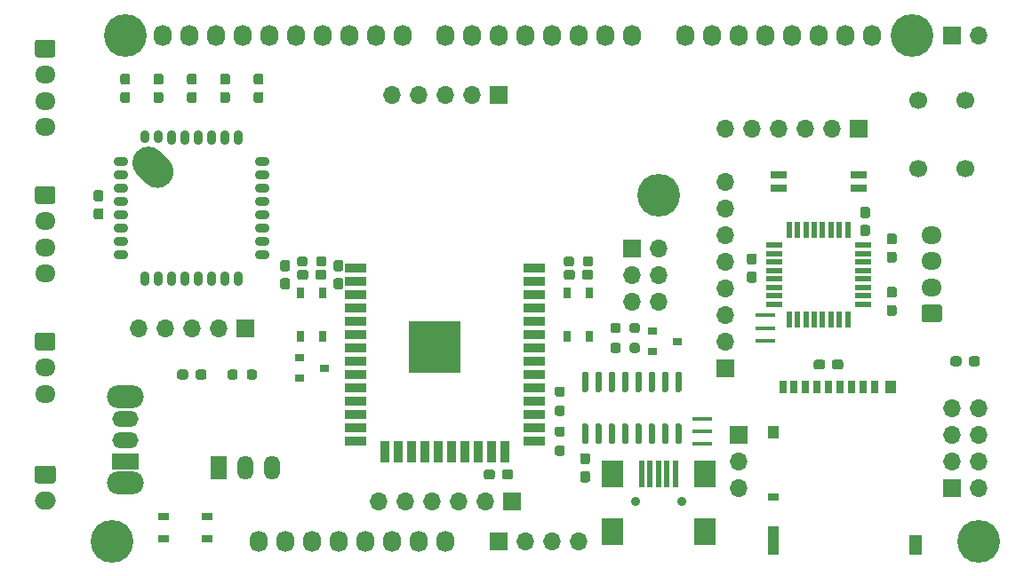
<source format=gbr>
G04 #@! TF.GenerationSoftware,KiCad,Pcbnew,(5.1.9)-1*
G04 #@! TF.CreationDate,2021-11-13T13:02:01+09:00*
G04 #@! TF.ProjectId,MainBoard2022_mega,4d61696e-426f-4617-9264-323032325f6d,rev?*
G04 #@! TF.SameCoordinates,Original*
G04 #@! TF.FileFunction,Soldermask,Top*
G04 #@! TF.FilePolarity,Negative*
%FSLAX46Y46*%
G04 Gerber Fmt 4.6, Leading zero omitted, Abs format (unit mm)*
G04 Created by KiCad (PCBNEW (5.1.9)-1) date 2021-11-13 13:02:01*
%MOMM*%
%LPD*%
G01*
G04 APERTURE LIST*
%ADD10R,1.900000X0.400000*%
%ADD11R,1.700000X1.700000*%
%ADD12O,1.700000X1.700000*%
%ADD13R,5.000000X5.000000*%
%ADD14R,2.000000X0.900000*%
%ADD15R,0.900000X2.000000*%
%ADD16C,1.700000*%
%ADD17R,2.000000X2.500000*%
%ADD18R,0.500000X2.500000*%
%ADD19C,0.900000*%
%ADD20O,1.950000X1.700000*%
%ADD21R,1.500000X2.300000*%
%ADD22O,1.500000X2.300000*%
%ADD23R,1.050000X0.650000*%
%ADD24R,0.900000X0.800000*%
%ADD25R,1.600000X0.550000*%
%ADD26R,0.550000X1.600000*%
%ADD27O,1.400000X0.900000*%
%ADD28O,0.900000X1.400000*%
%ADD29O,0.900000X1.200000*%
%ADD30R,1.600000X0.760000*%
%ADD31R,0.650000X1.050000*%
%ADD32R,2.500000X1.500000*%
%ADD33O,2.500000X1.500000*%
%ADD34O,3.500000X2.200000*%
%ADD35R,0.700000X1.200000*%
%ADD36R,1.000000X1.200000*%
%ADD37R,1.000000X0.800000*%
%ADD38R,1.000000X2.800000*%
%ADD39R,1.300000X1.900000*%
%ADD40O,2.000000X1.700000*%
%ADD41O,1.727200X2.032000*%
%ADD42C,4.064000*%
G04 APERTURE END LIST*
D10*
X179578000Y-100006000D03*
X179578000Y-98806000D03*
X179578000Y-97606000D03*
X173545500Y-109848500D03*
X173545500Y-108648500D03*
X173545500Y-107448500D03*
D11*
X166878000Y-91186000D03*
D12*
X169418000Y-91186000D03*
X166878000Y-93726000D03*
X169418000Y-93726000D03*
X166878000Y-96266000D03*
X169418000Y-96266000D03*
D13*
X148098000Y-100591000D03*
D14*
X140598000Y-93091000D03*
X140598000Y-94361000D03*
X140598000Y-95631000D03*
X140598000Y-96901000D03*
X140598000Y-98171000D03*
X140598000Y-99441000D03*
X140598000Y-100711000D03*
X140598000Y-101981000D03*
X140598000Y-103251000D03*
X140598000Y-104521000D03*
X140598000Y-105791000D03*
X140598000Y-107061000D03*
X140598000Y-108331000D03*
X140598000Y-109601000D03*
D15*
X143383000Y-110601000D03*
X144653000Y-110601000D03*
X145923000Y-110601000D03*
X147193000Y-110601000D03*
X148463000Y-110601000D03*
X149733000Y-110601000D03*
X151003000Y-110601000D03*
X152273000Y-110601000D03*
X153543000Y-110601000D03*
X154813000Y-110601000D03*
D14*
X157598000Y-109601000D03*
X157598000Y-108331000D03*
X157598000Y-107061000D03*
X157598000Y-105791000D03*
X157598000Y-104521000D03*
X157598000Y-103251000D03*
X157598000Y-101981000D03*
X157598000Y-100711000D03*
X157598000Y-99441000D03*
X157598000Y-98171000D03*
X157598000Y-96901000D03*
X157598000Y-95631000D03*
X157598000Y-94361000D03*
X157598000Y-93091000D03*
D16*
X198683000Y-77066000D03*
X198683000Y-83566000D03*
X194183000Y-77066000D03*
X194183000Y-83566000D03*
D17*
X165018000Y-118216000D03*
X173818000Y-118216000D03*
X165018000Y-112716000D03*
X173818000Y-112716000D03*
D18*
X167818000Y-112716000D03*
X168618000Y-112716000D03*
X169418000Y-112716000D03*
X170218000Y-112716000D03*
X171018000Y-112716000D03*
D19*
X167218000Y-115316000D03*
X171618000Y-115316000D03*
G36*
G01*
X130195500Y-103488500D02*
X130195500Y-103013500D01*
G75*
G02*
X130433000Y-102776000I237500J0D01*
G01*
X130933000Y-102776000D01*
G75*
G02*
X131170500Y-103013500I0J-237500D01*
G01*
X131170500Y-103488500D01*
G75*
G02*
X130933000Y-103726000I-237500J0D01*
G01*
X130433000Y-103726000D01*
G75*
G02*
X130195500Y-103488500I0J237500D01*
G01*
G37*
G36*
G01*
X128370500Y-103488500D02*
X128370500Y-103013500D01*
G75*
G02*
X128608000Y-102776000I237500J0D01*
G01*
X129108000Y-102776000D01*
G75*
G02*
X129345500Y-103013500I0J-237500D01*
G01*
X129345500Y-103488500D01*
G75*
G02*
X129108000Y-103726000I-237500J0D01*
G01*
X128608000Y-103726000D01*
G75*
G02*
X128370500Y-103488500I0J237500D01*
G01*
G37*
G36*
G01*
X197228000Y-102218500D02*
X197228000Y-101743500D01*
G75*
G02*
X197465500Y-101506000I237500J0D01*
G01*
X198040500Y-101506000D01*
G75*
G02*
X198278000Y-101743500I0J-237500D01*
G01*
X198278000Y-102218500D01*
G75*
G02*
X198040500Y-102456000I-237500J0D01*
G01*
X197465500Y-102456000D01*
G75*
G02*
X197228000Y-102218500I0J237500D01*
G01*
G37*
G36*
G01*
X198978000Y-102218500D02*
X198978000Y-101743500D01*
G75*
G02*
X199215500Y-101506000I237500J0D01*
G01*
X199790500Y-101506000D01*
G75*
G02*
X200028000Y-101743500I0J-237500D01*
G01*
X200028000Y-102218500D01*
G75*
G02*
X199790500Y-102456000I-237500J0D01*
G01*
X199215500Y-102456000D01*
G75*
G02*
X198978000Y-102218500I0J237500D01*
G01*
G37*
G36*
G01*
X125318000Y-103488500D02*
X125318000Y-103013500D01*
G75*
G02*
X125555500Y-102776000I237500J0D01*
G01*
X126130500Y-102776000D01*
G75*
G02*
X126368000Y-103013500I0J-237500D01*
G01*
X126368000Y-103488500D01*
G75*
G02*
X126130500Y-103726000I-237500J0D01*
G01*
X125555500Y-103726000D01*
G75*
G02*
X125318000Y-103488500I0J237500D01*
G01*
G37*
G36*
G01*
X123568000Y-103488500D02*
X123568000Y-103013500D01*
G75*
G02*
X123805500Y-102776000I237500J0D01*
G01*
X124380500Y-102776000D01*
G75*
G02*
X124618000Y-103013500I0J-237500D01*
G01*
X124618000Y-103488500D01*
G75*
G02*
X124380500Y-103726000I-237500J0D01*
G01*
X123805500Y-103726000D01*
G75*
G02*
X123568000Y-103488500I0J237500D01*
G01*
G37*
D11*
X155448000Y-115316000D03*
D12*
X152908000Y-115316000D03*
X150368000Y-115316000D03*
X147828000Y-115316000D03*
X145288000Y-115316000D03*
X142748000Y-115316000D03*
G36*
G01*
X155578000Y-112538500D02*
X155578000Y-113013500D01*
G75*
G02*
X155340500Y-113251000I-237500J0D01*
G01*
X154740500Y-113251000D01*
G75*
G02*
X154503000Y-113013500I0J237500D01*
G01*
X154503000Y-112538500D01*
G75*
G02*
X154740500Y-112301000I237500J0D01*
G01*
X155340500Y-112301000D01*
G75*
G02*
X155578000Y-112538500I0J-237500D01*
G01*
G37*
G36*
G01*
X153853000Y-112538500D02*
X153853000Y-113013500D01*
G75*
G02*
X153615500Y-113251000I-237500J0D01*
G01*
X153015500Y-113251000D01*
G75*
G02*
X152778000Y-113013500I0J237500D01*
G01*
X152778000Y-112538500D01*
G75*
G02*
X153015500Y-112301000I237500J0D01*
G01*
X153615500Y-112301000D01*
G75*
G02*
X153853000Y-112538500I0J-237500D01*
G01*
G37*
G36*
G01*
X196178000Y-98266000D02*
X194728000Y-98266000D01*
G75*
G02*
X194478000Y-98016000I0J250000D01*
G01*
X194478000Y-96816000D01*
G75*
G02*
X194728000Y-96566000I250000J0D01*
G01*
X196178000Y-96566000D01*
G75*
G02*
X196428000Y-96816000I0J-250000D01*
G01*
X196428000Y-98016000D01*
G75*
G02*
X196178000Y-98266000I-250000J0D01*
G01*
G37*
D20*
X195453000Y-94916000D03*
X195453000Y-92416000D03*
X195453000Y-89916000D03*
D21*
X127508000Y-112141000D03*
D22*
X130048000Y-112141000D03*
X132588000Y-112141000D03*
D11*
X197358000Y-70866000D03*
D12*
X199898000Y-70866000D03*
D11*
X197358000Y-114046000D03*
D12*
X199898000Y-114046000D03*
X197358000Y-111506000D03*
X199898000Y-111506000D03*
X197358000Y-108966000D03*
X199898000Y-108966000D03*
X197358000Y-106426000D03*
X199898000Y-106426000D03*
D11*
X154178000Y-119126000D03*
D12*
X156718000Y-119126000D03*
X159258000Y-119126000D03*
X161798000Y-119126000D03*
D23*
X126408000Y-118931000D03*
X122258000Y-118931000D03*
X126408000Y-116781000D03*
X122258000Y-116781000D03*
D24*
X135198000Y-101666000D03*
X135198000Y-103566000D03*
X137598000Y-102616000D03*
X168853000Y-99126000D03*
X168853000Y-101026000D03*
X171253000Y-100076000D03*
D25*
X180408000Y-90926000D03*
X180408000Y-91726000D03*
X180408000Y-92526000D03*
X180408000Y-93326000D03*
X180408000Y-94126000D03*
X180408000Y-94926000D03*
X180408000Y-95726000D03*
X180408000Y-96526000D03*
D26*
X181858000Y-97976000D03*
X182658000Y-97976000D03*
X183458000Y-97976000D03*
X184258000Y-97976000D03*
X185058000Y-97976000D03*
X185858000Y-97976000D03*
X186658000Y-97976000D03*
X187458000Y-97976000D03*
D25*
X188908000Y-96526000D03*
X188908000Y-95726000D03*
X188908000Y-94926000D03*
X188908000Y-94126000D03*
X188908000Y-93326000D03*
X188908000Y-92526000D03*
X188908000Y-91726000D03*
X188908000Y-90926000D03*
D26*
X187458000Y-89476000D03*
X186658000Y-89476000D03*
X185858000Y-89476000D03*
X185058000Y-89476000D03*
X184258000Y-89476000D03*
X183458000Y-89476000D03*
X182658000Y-89476000D03*
X181858000Y-89476000D03*
D27*
X118233000Y-82931000D03*
X118233000Y-84201000D03*
X118233000Y-85471000D03*
X118233000Y-86741000D03*
X118233000Y-88011000D03*
X118233000Y-89281000D03*
X118233000Y-90551000D03*
X118233000Y-91821000D03*
D28*
X120523000Y-94111000D03*
X121793000Y-94111000D03*
X123063000Y-94111000D03*
X124333000Y-94111000D03*
X125603000Y-94111000D03*
X126873000Y-94111000D03*
X128143000Y-94111000D03*
X129413000Y-94111000D03*
D27*
X131703000Y-91821000D03*
X131703000Y-90551000D03*
X131703000Y-89281000D03*
X131703000Y-88011000D03*
X131703000Y-86741000D03*
X131703000Y-85471000D03*
X131703000Y-84201000D03*
X131703000Y-82931000D03*
D28*
X129413000Y-80641000D03*
X128143000Y-80641000D03*
X126873000Y-80641000D03*
X125603000Y-80641000D03*
X124333000Y-80641000D03*
X123063000Y-80641000D03*
D29*
X121793000Y-80541000D03*
X120523000Y-80541000D03*
G36*
G01*
X119747720Y-81955720D02*
X119747720Y-81955720D01*
G75*
G02*
X121939752Y-81955720I1096016J-1096016D01*
G01*
X122788280Y-82804248D01*
G75*
G02*
X122788280Y-84996280I-1096016J-1096016D01*
G01*
X122788280Y-84996280D01*
G75*
G02*
X120596248Y-84996280I-1096016J1096016D01*
G01*
X119747720Y-84147752D01*
G75*
G02*
X119747720Y-81955720I1096016J1096016D01*
G01*
G37*
G36*
G01*
X162583000Y-109876000D02*
X162283000Y-109876000D01*
G75*
G02*
X162133000Y-109726000I0J150000D01*
G01*
X162133000Y-108076000D01*
G75*
G02*
X162283000Y-107926000I150000J0D01*
G01*
X162583000Y-107926000D01*
G75*
G02*
X162733000Y-108076000I0J-150000D01*
G01*
X162733000Y-109726000D01*
G75*
G02*
X162583000Y-109876000I-150000J0D01*
G01*
G37*
G36*
G01*
X163853000Y-109876000D02*
X163553000Y-109876000D01*
G75*
G02*
X163403000Y-109726000I0J150000D01*
G01*
X163403000Y-108076000D01*
G75*
G02*
X163553000Y-107926000I150000J0D01*
G01*
X163853000Y-107926000D01*
G75*
G02*
X164003000Y-108076000I0J-150000D01*
G01*
X164003000Y-109726000D01*
G75*
G02*
X163853000Y-109876000I-150000J0D01*
G01*
G37*
G36*
G01*
X165123000Y-109876000D02*
X164823000Y-109876000D01*
G75*
G02*
X164673000Y-109726000I0J150000D01*
G01*
X164673000Y-108076000D01*
G75*
G02*
X164823000Y-107926000I150000J0D01*
G01*
X165123000Y-107926000D01*
G75*
G02*
X165273000Y-108076000I0J-150000D01*
G01*
X165273000Y-109726000D01*
G75*
G02*
X165123000Y-109876000I-150000J0D01*
G01*
G37*
G36*
G01*
X166393000Y-109876000D02*
X166093000Y-109876000D01*
G75*
G02*
X165943000Y-109726000I0J150000D01*
G01*
X165943000Y-108076000D01*
G75*
G02*
X166093000Y-107926000I150000J0D01*
G01*
X166393000Y-107926000D01*
G75*
G02*
X166543000Y-108076000I0J-150000D01*
G01*
X166543000Y-109726000D01*
G75*
G02*
X166393000Y-109876000I-150000J0D01*
G01*
G37*
G36*
G01*
X167663000Y-109876000D02*
X167363000Y-109876000D01*
G75*
G02*
X167213000Y-109726000I0J150000D01*
G01*
X167213000Y-108076000D01*
G75*
G02*
X167363000Y-107926000I150000J0D01*
G01*
X167663000Y-107926000D01*
G75*
G02*
X167813000Y-108076000I0J-150000D01*
G01*
X167813000Y-109726000D01*
G75*
G02*
X167663000Y-109876000I-150000J0D01*
G01*
G37*
G36*
G01*
X168933000Y-109876000D02*
X168633000Y-109876000D01*
G75*
G02*
X168483000Y-109726000I0J150000D01*
G01*
X168483000Y-108076000D01*
G75*
G02*
X168633000Y-107926000I150000J0D01*
G01*
X168933000Y-107926000D01*
G75*
G02*
X169083000Y-108076000I0J-150000D01*
G01*
X169083000Y-109726000D01*
G75*
G02*
X168933000Y-109876000I-150000J0D01*
G01*
G37*
G36*
G01*
X170203000Y-109876000D02*
X169903000Y-109876000D01*
G75*
G02*
X169753000Y-109726000I0J150000D01*
G01*
X169753000Y-108076000D01*
G75*
G02*
X169903000Y-107926000I150000J0D01*
G01*
X170203000Y-107926000D01*
G75*
G02*
X170353000Y-108076000I0J-150000D01*
G01*
X170353000Y-109726000D01*
G75*
G02*
X170203000Y-109876000I-150000J0D01*
G01*
G37*
G36*
G01*
X171473000Y-109876000D02*
X171173000Y-109876000D01*
G75*
G02*
X171023000Y-109726000I0J150000D01*
G01*
X171023000Y-108076000D01*
G75*
G02*
X171173000Y-107926000I150000J0D01*
G01*
X171473000Y-107926000D01*
G75*
G02*
X171623000Y-108076000I0J-150000D01*
G01*
X171623000Y-109726000D01*
G75*
G02*
X171473000Y-109876000I-150000J0D01*
G01*
G37*
G36*
G01*
X171473000Y-104926000D02*
X171173000Y-104926000D01*
G75*
G02*
X171023000Y-104776000I0J150000D01*
G01*
X171023000Y-103126000D01*
G75*
G02*
X171173000Y-102976000I150000J0D01*
G01*
X171473000Y-102976000D01*
G75*
G02*
X171623000Y-103126000I0J-150000D01*
G01*
X171623000Y-104776000D01*
G75*
G02*
X171473000Y-104926000I-150000J0D01*
G01*
G37*
G36*
G01*
X170203000Y-104926000D02*
X169903000Y-104926000D01*
G75*
G02*
X169753000Y-104776000I0J150000D01*
G01*
X169753000Y-103126000D01*
G75*
G02*
X169903000Y-102976000I150000J0D01*
G01*
X170203000Y-102976000D01*
G75*
G02*
X170353000Y-103126000I0J-150000D01*
G01*
X170353000Y-104776000D01*
G75*
G02*
X170203000Y-104926000I-150000J0D01*
G01*
G37*
G36*
G01*
X168933000Y-104926000D02*
X168633000Y-104926000D01*
G75*
G02*
X168483000Y-104776000I0J150000D01*
G01*
X168483000Y-103126000D01*
G75*
G02*
X168633000Y-102976000I150000J0D01*
G01*
X168933000Y-102976000D01*
G75*
G02*
X169083000Y-103126000I0J-150000D01*
G01*
X169083000Y-104776000D01*
G75*
G02*
X168933000Y-104926000I-150000J0D01*
G01*
G37*
G36*
G01*
X167663000Y-104926000D02*
X167363000Y-104926000D01*
G75*
G02*
X167213000Y-104776000I0J150000D01*
G01*
X167213000Y-103126000D01*
G75*
G02*
X167363000Y-102976000I150000J0D01*
G01*
X167663000Y-102976000D01*
G75*
G02*
X167813000Y-103126000I0J-150000D01*
G01*
X167813000Y-104776000D01*
G75*
G02*
X167663000Y-104926000I-150000J0D01*
G01*
G37*
G36*
G01*
X166393000Y-104926000D02*
X166093000Y-104926000D01*
G75*
G02*
X165943000Y-104776000I0J150000D01*
G01*
X165943000Y-103126000D01*
G75*
G02*
X166093000Y-102976000I150000J0D01*
G01*
X166393000Y-102976000D01*
G75*
G02*
X166543000Y-103126000I0J-150000D01*
G01*
X166543000Y-104776000D01*
G75*
G02*
X166393000Y-104926000I-150000J0D01*
G01*
G37*
G36*
G01*
X165123000Y-104926000D02*
X164823000Y-104926000D01*
G75*
G02*
X164673000Y-104776000I0J150000D01*
G01*
X164673000Y-103126000D01*
G75*
G02*
X164823000Y-102976000I150000J0D01*
G01*
X165123000Y-102976000D01*
G75*
G02*
X165273000Y-103126000I0J-150000D01*
G01*
X165273000Y-104776000D01*
G75*
G02*
X165123000Y-104926000I-150000J0D01*
G01*
G37*
G36*
G01*
X163853000Y-104926000D02*
X163553000Y-104926000D01*
G75*
G02*
X163403000Y-104776000I0J150000D01*
G01*
X163403000Y-103126000D01*
G75*
G02*
X163553000Y-102976000I150000J0D01*
G01*
X163853000Y-102976000D01*
G75*
G02*
X164003000Y-103126000I0J-150000D01*
G01*
X164003000Y-104776000D01*
G75*
G02*
X163853000Y-104926000I-150000J0D01*
G01*
G37*
G36*
G01*
X162583000Y-104926000D02*
X162283000Y-104926000D01*
G75*
G02*
X162133000Y-104776000I0J150000D01*
G01*
X162133000Y-103126000D01*
G75*
G02*
X162283000Y-102976000I150000J0D01*
G01*
X162583000Y-102976000D01*
G75*
G02*
X162733000Y-103126000I0J-150000D01*
G01*
X162733000Y-104776000D01*
G75*
G02*
X162583000Y-104926000I-150000J0D01*
G01*
G37*
D11*
X177038000Y-108966000D03*
D12*
X177038000Y-111506000D03*
X177038000Y-114046000D03*
D30*
X188468000Y-85471000D03*
X180848000Y-84201000D03*
X188468000Y-84201000D03*
X180848000Y-85471000D03*
D31*
X135323000Y-99611000D03*
X135323000Y-95461000D03*
X137473000Y-99611000D03*
X137473000Y-95461000D03*
X160723000Y-99611000D03*
X160723000Y-95461000D03*
X162873000Y-99611000D03*
X162873000Y-95461000D03*
D32*
X118618000Y-111506000D03*
D33*
X118618000Y-109506000D03*
X118618000Y-107506000D03*
D34*
X118618000Y-113606000D03*
X118618000Y-105406000D03*
G36*
G01*
X163198000Y-92218500D02*
X163198000Y-92693500D01*
G75*
G02*
X162960500Y-92931000I-237500J0D01*
G01*
X162460500Y-92931000D01*
G75*
G02*
X162223000Y-92693500I0J237500D01*
G01*
X162223000Y-92218500D01*
G75*
G02*
X162460500Y-91981000I237500J0D01*
G01*
X162960500Y-91981000D01*
G75*
G02*
X163198000Y-92218500I0J-237500D01*
G01*
G37*
G36*
G01*
X161373000Y-92218500D02*
X161373000Y-92693500D01*
G75*
G02*
X161135500Y-92931000I-237500J0D01*
G01*
X160635500Y-92931000D01*
G75*
G02*
X160398000Y-92693500I0J237500D01*
G01*
X160398000Y-92218500D01*
G75*
G02*
X160635500Y-91981000I237500J0D01*
G01*
X161135500Y-91981000D01*
G75*
G02*
X161373000Y-92218500I0J-237500D01*
G01*
G37*
G36*
G01*
X159782500Y-104391000D02*
X160257500Y-104391000D01*
G75*
G02*
X160495000Y-104628500I0J-237500D01*
G01*
X160495000Y-105128500D01*
G75*
G02*
X160257500Y-105366000I-237500J0D01*
G01*
X159782500Y-105366000D01*
G75*
G02*
X159545000Y-105128500I0J237500D01*
G01*
X159545000Y-104628500D01*
G75*
G02*
X159782500Y-104391000I237500J0D01*
G01*
G37*
G36*
G01*
X159782500Y-106216000D02*
X160257500Y-106216000D01*
G75*
G02*
X160495000Y-106453500I0J-237500D01*
G01*
X160495000Y-106953500D01*
G75*
G02*
X160257500Y-107191000I-237500J0D01*
G01*
X159782500Y-107191000D01*
G75*
G02*
X159545000Y-106953500I0J237500D01*
G01*
X159545000Y-106453500D01*
G75*
G02*
X159782500Y-106216000I237500J0D01*
G01*
G37*
G36*
G01*
X159782500Y-108201000D02*
X160257500Y-108201000D01*
G75*
G02*
X160495000Y-108438500I0J-237500D01*
G01*
X160495000Y-108938500D01*
G75*
G02*
X160257500Y-109176000I-237500J0D01*
G01*
X159782500Y-109176000D01*
G75*
G02*
X159545000Y-108938500I0J237500D01*
G01*
X159545000Y-108438500D01*
G75*
G02*
X159782500Y-108201000I237500J0D01*
G01*
G37*
G36*
G01*
X159782500Y-110026000D02*
X160257500Y-110026000D01*
G75*
G02*
X160495000Y-110263500I0J-237500D01*
G01*
X160495000Y-110763500D01*
G75*
G02*
X160257500Y-111001000I-237500J0D01*
G01*
X159782500Y-111001000D01*
G75*
G02*
X159545000Y-110763500I0J237500D01*
G01*
X159545000Y-110263500D01*
G75*
G02*
X159782500Y-110026000I237500J0D01*
G01*
G37*
G36*
G01*
X134998000Y-92693500D02*
X134998000Y-92218500D01*
G75*
G02*
X135235500Y-91981000I237500J0D01*
G01*
X135735500Y-91981000D01*
G75*
G02*
X135973000Y-92218500I0J-237500D01*
G01*
X135973000Y-92693500D01*
G75*
G02*
X135735500Y-92931000I-237500J0D01*
G01*
X135235500Y-92931000D01*
G75*
G02*
X134998000Y-92693500I0J237500D01*
G01*
G37*
G36*
G01*
X136823000Y-92693500D02*
X136823000Y-92218500D01*
G75*
G02*
X137060500Y-91981000I237500J0D01*
G01*
X137560500Y-91981000D01*
G75*
G02*
X137798000Y-92218500I0J-237500D01*
G01*
X137798000Y-92693500D01*
G75*
G02*
X137560500Y-92931000I-237500J0D01*
G01*
X137060500Y-92931000D01*
G75*
G02*
X136823000Y-92693500I0J237500D01*
G01*
G37*
G36*
G01*
X164843000Y-100948500D02*
X164843000Y-100473500D01*
G75*
G02*
X165080500Y-100236000I237500J0D01*
G01*
X165580500Y-100236000D01*
G75*
G02*
X165818000Y-100473500I0J-237500D01*
G01*
X165818000Y-100948500D01*
G75*
G02*
X165580500Y-101186000I-237500J0D01*
G01*
X165080500Y-101186000D01*
G75*
G02*
X164843000Y-100948500I0J237500D01*
G01*
G37*
G36*
G01*
X166668000Y-100948500D02*
X166668000Y-100473500D01*
G75*
G02*
X166905500Y-100236000I237500J0D01*
G01*
X167405500Y-100236000D01*
G75*
G02*
X167643000Y-100473500I0J-237500D01*
G01*
X167643000Y-100948500D01*
G75*
G02*
X167405500Y-101186000I-237500J0D01*
G01*
X166905500Y-101186000D01*
G75*
G02*
X166668000Y-100948500I0J237500D01*
G01*
G37*
G36*
G01*
X167643000Y-98568500D02*
X167643000Y-99043500D01*
G75*
G02*
X167405500Y-99281000I-237500J0D01*
G01*
X166905500Y-99281000D01*
G75*
G02*
X166668000Y-99043500I0J237500D01*
G01*
X166668000Y-98568500D01*
G75*
G02*
X166905500Y-98331000I237500J0D01*
G01*
X167405500Y-98331000D01*
G75*
G02*
X167643000Y-98568500I0J-237500D01*
G01*
G37*
G36*
G01*
X165818000Y-98568500D02*
X165818000Y-99043500D01*
G75*
G02*
X165580500Y-99281000I-237500J0D01*
G01*
X165080500Y-99281000D01*
G75*
G02*
X164843000Y-99043500I0J237500D01*
G01*
X164843000Y-98568500D01*
G75*
G02*
X165080500Y-98331000I237500J0D01*
G01*
X165580500Y-98331000D01*
G75*
G02*
X165818000Y-98568500I0J-237500D01*
G01*
G37*
D35*
X181323000Y-104416000D03*
X182273000Y-104416000D03*
X189973000Y-104416000D03*
X188873000Y-104416000D03*
X187773000Y-104416000D03*
X186673000Y-104416000D03*
X185573000Y-104416000D03*
X184473000Y-104416000D03*
X183373000Y-104416000D03*
D36*
X191523000Y-104416000D03*
X180373000Y-108716000D03*
D37*
X180373000Y-114916000D03*
D38*
X180373000Y-119066000D03*
D39*
X193873000Y-119516000D03*
G36*
G01*
X110273000Y-71286000D02*
X111723000Y-71286000D01*
G75*
G02*
X111973000Y-71536000I0J-250000D01*
G01*
X111973000Y-72736000D01*
G75*
G02*
X111723000Y-72986000I-250000J0D01*
G01*
X110273000Y-72986000D01*
G75*
G02*
X110023000Y-72736000I0J250000D01*
G01*
X110023000Y-71536000D01*
G75*
G02*
X110273000Y-71286000I250000J0D01*
G01*
G37*
D20*
X110998000Y-74636000D03*
X110998000Y-77136000D03*
X110998000Y-79636000D03*
X110998000Y-105076000D03*
X110998000Y-102576000D03*
G36*
G01*
X110273000Y-99226000D02*
X111723000Y-99226000D01*
G75*
G02*
X111973000Y-99476000I0J-250000D01*
G01*
X111973000Y-100676000D01*
G75*
G02*
X111723000Y-100926000I-250000J0D01*
G01*
X110273000Y-100926000D01*
G75*
G02*
X110023000Y-100676000I0J250000D01*
G01*
X110023000Y-99476000D01*
G75*
G02*
X110273000Y-99226000I250000J0D01*
G01*
G37*
D11*
X175768000Y-102616000D03*
D12*
X175768000Y-100076000D03*
X175768000Y-97536000D03*
X175768000Y-94996000D03*
X175768000Y-92456000D03*
X175768000Y-89916000D03*
X175768000Y-87376000D03*
X175768000Y-84836000D03*
D11*
X130048000Y-98806000D03*
D12*
X127508000Y-98806000D03*
X124968000Y-98806000D03*
X122428000Y-98806000D03*
X119888000Y-98806000D03*
D11*
X154178000Y-76581000D03*
D12*
X151638000Y-76581000D03*
X149098000Y-76581000D03*
X146558000Y-76581000D03*
X144018000Y-76581000D03*
D11*
X188468000Y-79756000D03*
D12*
X185928000Y-79756000D03*
X183388000Y-79756000D03*
X180848000Y-79756000D03*
X178308000Y-79756000D03*
X175768000Y-79756000D03*
G36*
G01*
X110273000Y-85256000D02*
X111723000Y-85256000D01*
G75*
G02*
X111973000Y-85506000I0J-250000D01*
G01*
X111973000Y-86706000D01*
G75*
G02*
X111723000Y-86956000I-250000J0D01*
G01*
X110273000Y-86956000D01*
G75*
G02*
X110023000Y-86706000I0J250000D01*
G01*
X110023000Y-85506000D01*
G75*
G02*
X110273000Y-85256000I250000J0D01*
G01*
G37*
D20*
X110998000Y-88606000D03*
X110998000Y-91106000D03*
X110998000Y-93606000D03*
G36*
G01*
X110248000Y-111926000D02*
X111748000Y-111926000D01*
G75*
G02*
X111998000Y-112176000I0J-250000D01*
G01*
X111998000Y-113376000D01*
G75*
G02*
X111748000Y-113626000I-250000J0D01*
G01*
X110248000Y-113626000D01*
G75*
G02*
X109998000Y-113376000I0J250000D01*
G01*
X109998000Y-112176000D01*
G75*
G02*
X110248000Y-111926000I250000J0D01*
G01*
G37*
D40*
X110998000Y-115276000D03*
G36*
G01*
X122030500Y-77346000D02*
X121555500Y-77346000D01*
G75*
G02*
X121318000Y-77108500I0J237500D01*
G01*
X121318000Y-76533500D01*
G75*
G02*
X121555500Y-76296000I237500J0D01*
G01*
X122030500Y-76296000D01*
G75*
G02*
X122268000Y-76533500I0J-237500D01*
G01*
X122268000Y-77108500D01*
G75*
G02*
X122030500Y-77346000I-237500J0D01*
G01*
G37*
G36*
G01*
X122030500Y-75596000D02*
X121555500Y-75596000D01*
G75*
G02*
X121318000Y-75358500I0J237500D01*
G01*
X121318000Y-74783500D01*
G75*
G02*
X121555500Y-74546000I237500J0D01*
G01*
X122030500Y-74546000D01*
G75*
G02*
X122268000Y-74783500I0J-237500D01*
G01*
X122268000Y-75358500D01*
G75*
G02*
X122030500Y-75596000I-237500J0D01*
G01*
G37*
G36*
G01*
X125205500Y-77346000D02*
X124730500Y-77346000D01*
G75*
G02*
X124493000Y-77108500I0J237500D01*
G01*
X124493000Y-76533500D01*
G75*
G02*
X124730500Y-76296000I237500J0D01*
G01*
X125205500Y-76296000D01*
G75*
G02*
X125443000Y-76533500I0J-237500D01*
G01*
X125443000Y-77108500D01*
G75*
G02*
X125205500Y-77346000I-237500J0D01*
G01*
G37*
G36*
G01*
X125205500Y-75596000D02*
X124730500Y-75596000D01*
G75*
G02*
X124493000Y-75358500I0J237500D01*
G01*
X124493000Y-74783500D01*
G75*
G02*
X124730500Y-74546000I237500J0D01*
G01*
X125205500Y-74546000D01*
G75*
G02*
X125443000Y-74783500I0J-237500D01*
G01*
X125443000Y-75358500D01*
G75*
G02*
X125205500Y-75596000I-237500J0D01*
G01*
G37*
G36*
G01*
X128380500Y-77346000D02*
X127905500Y-77346000D01*
G75*
G02*
X127668000Y-77108500I0J237500D01*
G01*
X127668000Y-76533500D01*
G75*
G02*
X127905500Y-76296000I237500J0D01*
G01*
X128380500Y-76296000D01*
G75*
G02*
X128618000Y-76533500I0J-237500D01*
G01*
X128618000Y-77108500D01*
G75*
G02*
X128380500Y-77346000I-237500J0D01*
G01*
G37*
G36*
G01*
X128380500Y-75596000D02*
X127905500Y-75596000D01*
G75*
G02*
X127668000Y-75358500I0J237500D01*
G01*
X127668000Y-74783500D01*
G75*
G02*
X127905500Y-74546000I237500J0D01*
G01*
X128380500Y-74546000D01*
G75*
G02*
X128618000Y-74783500I0J-237500D01*
G01*
X128618000Y-75358500D01*
G75*
G02*
X128380500Y-75596000I-237500J0D01*
G01*
G37*
G36*
G01*
X131555500Y-77346000D02*
X131080500Y-77346000D01*
G75*
G02*
X130843000Y-77108500I0J237500D01*
G01*
X130843000Y-76533500D01*
G75*
G02*
X131080500Y-76296000I237500J0D01*
G01*
X131555500Y-76296000D01*
G75*
G02*
X131793000Y-76533500I0J-237500D01*
G01*
X131793000Y-77108500D01*
G75*
G02*
X131555500Y-77346000I-237500J0D01*
G01*
G37*
G36*
G01*
X131555500Y-75596000D02*
X131080500Y-75596000D01*
G75*
G02*
X130843000Y-75358500I0J237500D01*
G01*
X130843000Y-74783500D01*
G75*
G02*
X131080500Y-74546000I237500J0D01*
G01*
X131555500Y-74546000D01*
G75*
G02*
X131793000Y-74783500I0J-237500D01*
G01*
X131793000Y-75358500D01*
G75*
G02*
X131555500Y-75596000I-237500J0D01*
G01*
G37*
G36*
G01*
X118855500Y-77346000D02*
X118380500Y-77346000D01*
G75*
G02*
X118143000Y-77108500I0J237500D01*
G01*
X118143000Y-76533500D01*
G75*
G02*
X118380500Y-76296000I237500J0D01*
G01*
X118855500Y-76296000D01*
G75*
G02*
X119093000Y-76533500I0J-237500D01*
G01*
X119093000Y-77108500D01*
G75*
G02*
X118855500Y-77346000I-237500J0D01*
G01*
G37*
G36*
G01*
X118855500Y-75596000D02*
X118380500Y-75596000D01*
G75*
G02*
X118143000Y-75358500I0J237500D01*
G01*
X118143000Y-74783500D01*
G75*
G02*
X118380500Y-74546000I237500J0D01*
G01*
X118855500Y-74546000D01*
G75*
G02*
X119093000Y-74783500I0J-237500D01*
G01*
X119093000Y-75358500D01*
G75*
G02*
X118855500Y-75596000I-237500J0D01*
G01*
G37*
G36*
G01*
X191405500Y-89786000D02*
X191880500Y-89786000D01*
G75*
G02*
X192118000Y-90023500I0J-237500D01*
G01*
X192118000Y-90598500D01*
G75*
G02*
X191880500Y-90836000I-237500J0D01*
G01*
X191405500Y-90836000D01*
G75*
G02*
X191168000Y-90598500I0J237500D01*
G01*
X191168000Y-90023500D01*
G75*
G02*
X191405500Y-89786000I237500J0D01*
G01*
G37*
G36*
G01*
X191405500Y-91536000D02*
X191880500Y-91536000D01*
G75*
G02*
X192118000Y-91773500I0J-237500D01*
G01*
X192118000Y-92348500D01*
G75*
G02*
X191880500Y-92586000I-237500J0D01*
G01*
X191405500Y-92586000D01*
G75*
G02*
X191168000Y-92348500I0J237500D01*
G01*
X191168000Y-91773500D01*
G75*
G02*
X191405500Y-91536000I237500J0D01*
G01*
G37*
G36*
G01*
X191405500Y-94866000D02*
X191880500Y-94866000D01*
G75*
G02*
X192118000Y-95103500I0J-237500D01*
G01*
X192118000Y-95678500D01*
G75*
G02*
X191880500Y-95916000I-237500J0D01*
G01*
X191405500Y-95916000D01*
G75*
G02*
X191168000Y-95678500I0J237500D01*
G01*
X191168000Y-95103500D01*
G75*
G02*
X191405500Y-94866000I237500J0D01*
G01*
G37*
G36*
G01*
X191405500Y-96616000D02*
X191880500Y-96616000D01*
G75*
G02*
X192118000Y-96853500I0J-237500D01*
G01*
X192118000Y-97428500D01*
G75*
G02*
X191880500Y-97666000I-237500J0D01*
G01*
X191405500Y-97666000D01*
G75*
G02*
X191168000Y-97428500I0J237500D01*
G01*
X191168000Y-96853500D01*
G75*
G02*
X191405500Y-96616000I237500J0D01*
G01*
G37*
G36*
G01*
X178070500Y-91691000D02*
X178545500Y-91691000D01*
G75*
G02*
X178783000Y-91928500I0J-237500D01*
G01*
X178783000Y-92528500D01*
G75*
G02*
X178545500Y-92766000I-237500J0D01*
G01*
X178070500Y-92766000D01*
G75*
G02*
X177833000Y-92528500I0J237500D01*
G01*
X177833000Y-91928500D01*
G75*
G02*
X178070500Y-91691000I237500J0D01*
G01*
G37*
G36*
G01*
X178070500Y-93416000D02*
X178545500Y-93416000D01*
G75*
G02*
X178783000Y-93653500I0J-237500D01*
G01*
X178783000Y-94253500D01*
G75*
G02*
X178545500Y-94491000I-237500J0D01*
G01*
X178070500Y-94491000D01*
G75*
G02*
X177833000Y-94253500I0J237500D01*
G01*
X177833000Y-93653500D01*
G75*
G02*
X178070500Y-93416000I237500J0D01*
G01*
G37*
G36*
G01*
X187010500Y-102061000D02*
X187010500Y-102536000D01*
G75*
G02*
X186773000Y-102773500I-237500J0D01*
G01*
X186173000Y-102773500D01*
G75*
G02*
X185935500Y-102536000I0J237500D01*
G01*
X185935500Y-102061000D01*
G75*
G02*
X186173000Y-101823500I237500J0D01*
G01*
X186773000Y-101823500D01*
G75*
G02*
X187010500Y-102061000I0J-237500D01*
G01*
G37*
G36*
G01*
X185285500Y-102061000D02*
X185285500Y-102536000D01*
G75*
G02*
X185048000Y-102773500I-237500J0D01*
G01*
X184448000Y-102773500D01*
G75*
G02*
X184210500Y-102536000I0J237500D01*
G01*
X184210500Y-102061000D01*
G75*
G02*
X184448000Y-101823500I237500J0D01*
G01*
X185048000Y-101823500D01*
G75*
G02*
X185285500Y-102061000I0J-237500D01*
G01*
G37*
G36*
G01*
X188865500Y-87246000D02*
X189340500Y-87246000D01*
G75*
G02*
X189578000Y-87483500I0J-237500D01*
G01*
X189578000Y-88083500D01*
G75*
G02*
X189340500Y-88321000I-237500J0D01*
G01*
X188865500Y-88321000D01*
G75*
G02*
X188628000Y-88083500I0J237500D01*
G01*
X188628000Y-87483500D01*
G75*
G02*
X188865500Y-87246000I237500J0D01*
G01*
G37*
G36*
G01*
X188865500Y-88971000D02*
X189340500Y-88971000D01*
G75*
G02*
X189578000Y-89208500I0J-237500D01*
G01*
X189578000Y-89808500D01*
G75*
G02*
X189340500Y-90046000I-237500J0D01*
G01*
X188865500Y-90046000D01*
G75*
G02*
X188628000Y-89808500I0J237500D01*
G01*
X188628000Y-89208500D01*
G75*
G02*
X188865500Y-88971000I237500J0D01*
G01*
G37*
G36*
G01*
X115840500Y-85658500D02*
X116315500Y-85658500D01*
G75*
G02*
X116553000Y-85896000I0J-237500D01*
G01*
X116553000Y-86496000D01*
G75*
G02*
X116315500Y-86733500I-237500J0D01*
G01*
X115840500Y-86733500D01*
G75*
G02*
X115603000Y-86496000I0J237500D01*
G01*
X115603000Y-85896000D01*
G75*
G02*
X115840500Y-85658500I237500J0D01*
G01*
G37*
G36*
G01*
X115840500Y-87383500D02*
X116315500Y-87383500D01*
G75*
G02*
X116553000Y-87621000I0J-237500D01*
G01*
X116553000Y-88221000D01*
G75*
G02*
X116315500Y-88458500I-237500J0D01*
G01*
X115840500Y-88458500D01*
G75*
G02*
X115603000Y-88221000I0J237500D01*
G01*
X115603000Y-87621000D01*
G75*
G02*
X115840500Y-87383500I237500J0D01*
G01*
G37*
G36*
G01*
X138700500Y-92326000D02*
X139175500Y-92326000D01*
G75*
G02*
X139413000Y-92563500I0J-237500D01*
G01*
X139413000Y-93163500D01*
G75*
G02*
X139175500Y-93401000I-237500J0D01*
G01*
X138700500Y-93401000D01*
G75*
G02*
X138463000Y-93163500I0J237500D01*
G01*
X138463000Y-92563500D01*
G75*
G02*
X138700500Y-92326000I237500J0D01*
G01*
G37*
G36*
G01*
X138700500Y-94051000D02*
X139175500Y-94051000D01*
G75*
G02*
X139413000Y-94288500I0J-237500D01*
G01*
X139413000Y-94888500D01*
G75*
G02*
X139175500Y-95126000I-237500J0D01*
G01*
X138700500Y-95126000D01*
G75*
G02*
X138463000Y-94888500I0J237500D01*
G01*
X138463000Y-94288500D01*
G75*
G02*
X138700500Y-94051000I237500J0D01*
G01*
G37*
G36*
G01*
X134095500Y-95126000D02*
X133620500Y-95126000D01*
G75*
G02*
X133383000Y-94888500I0J237500D01*
G01*
X133383000Y-94288500D01*
G75*
G02*
X133620500Y-94051000I237500J0D01*
G01*
X134095500Y-94051000D01*
G75*
G02*
X134333000Y-94288500I0J-237500D01*
G01*
X134333000Y-94888500D01*
G75*
G02*
X134095500Y-95126000I-237500J0D01*
G01*
G37*
G36*
G01*
X134095500Y-93401000D02*
X133620500Y-93401000D01*
G75*
G02*
X133383000Y-93163500I0J237500D01*
G01*
X133383000Y-92563500D01*
G75*
G02*
X133620500Y-92326000I237500J0D01*
G01*
X134095500Y-92326000D01*
G75*
G02*
X134333000Y-92563500I0J-237500D01*
G01*
X134333000Y-93163500D01*
G75*
G02*
X134095500Y-93401000I-237500J0D01*
G01*
G37*
G36*
G01*
X134998000Y-93963500D02*
X134998000Y-93488500D01*
G75*
G02*
X135235500Y-93251000I237500J0D01*
G01*
X135835500Y-93251000D01*
G75*
G02*
X136073000Y-93488500I0J-237500D01*
G01*
X136073000Y-93963500D01*
G75*
G02*
X135835500Y-94201000I-237500J0D01*
G01*
X135235500Y-94201000D01*
G75*
G02*
X134998000Y-93963500I0J237500D01*
G01*
G37*
G36*
G01*
X136723000Y-93963500D02*
X136723000Y-93488500D01*
G75*
G02*
X136960500Y-93251000I237500J0D01*
G01*
X137560500Y-93251000D01*
G75*
G02*
X137798000Y-93488500I0J-237500D01*
G01*
X137798000Y-93963500D01*
G75*
G02*
X137560500Y-94201000I-237500J0D01*
G01*
X136960500Y-94201000D01*
G75*
G02*
X136723000Y-93963500I0J237500D01*
G01*
G37*
G36*
G01*
X160398000Y-93963500D02*
X160398000Y-93488500D01*
G75*
G02*
X160635500Y-93251000I237500J0D01*
G01*
X161235500Y-93251000D01*
G75*
G02*
X161473000Y-93488500I0J-237500D01*
G01*
X161473000Y-93963500D01*
G75*
G02*
X161235500Y-94201000I-237500J0D01*
G01*
X160635500Y-94201000D01*
G75*
G02*
X160398000Y-93963500I0J237500D01*
G01*
G37*
G36*
G01*
X162123000Y-93963500D02*
X162123000Y-93488500D01*
G75*
G02*
X162360500Y-93251000I237500J0D01*
G01*
X162960500Y-93251000D01*
G75*
G02*
X163198000Y-93488500I0J-237500D01*
G01*
X163198000Y-93963500D01*
G75*
G02*
X162960500Y-94201000I-237500J0D01*
G01*
X162360500Y-94201000D01*
G75*
G02*
X162123000Y-93963500I0J237500D01*
G01*
G37*
G36*
G01*
X162670500Y-113541000D02*
X162195500Y-113541000D01*
G75*
G02*
X161958000Y-113303500I0J237500D01*
G01*
X161958000Y-112703500D01*
G75*
G02*
X162195500Y-112466000I237500J0D01*
G01*
X162670500Y-112466000D01*
G75*
G02*
X162908000Y-112703500I0J-237500D01*
G01*
X162908000Y-113303500D01*
G75*
G02*
X162670500Y-113541000I-237500J0D01*
G01*
G37*
G36*
G01*
X162670500Y-111816000D02*
X162195500Y-111816000D01*
G75*
G02*
X161958000Y-111578500I0J237500D01*
G01*
X161958000Y-110978500D01*
G75*
G02*
X162195500Y-110741000I237500J0D01*
G01*
X162670500Y-110741000D01*
G75*
G02*
X162908000Y-110978500I0J-237500D01*
G01*
X162908000Y-111578500D01*
G75*
G02*
X162670500Y-111816000I-237500J0D01*
G01*
G37*
D41*
X149098000Y-119126000D03*
X146558000Y-119126000D03*
X144018000Y-119126000D03*
X141478000Y-119126000D03*
X138938000Y-119126000D03*
X136398000Y-119126000D03*
X133858000Y-119126000D03*
X131318000Y-119126000D03*
X145034000Y-70866000D03*
X142494000Y-70866000D03*
X139954000Y-70866000D03*
X137414000Y-70866000D03*
X134874000Y-70866000D03*
X132334000Y-70866000D03*
X129794000Y-70866000D03*
X127254000Y-70866000D03*
X124714000Y-70866000D03*
X122174000Y-70866000D03*
X166878000Y-70866000D03*
X164338000Y-70866000D03*
X161798000Y-70866000D03*
X159258000Y-70866000D03*
X156718000Y-70866000D03*
X154178000Y-70866000D03*
X151638000Y-70866000D03*
X149098000Y-70866000D03*
X189738000Y-70866000D03*
X187198000Y-70866000D03*
X184658000Y-70866000D03*
X182118000Y-70866000D03*
X179578000Y-70866000D03*
X177038000Y-70866000D03*
X174498000Y-70866000D03*
X171958000Y-70866000D03*
D42*
X117348000Y-119126000D03*
X199898000Y-119126000D03*
X118618000Y-70866000D03*
X169418000Y-86106000D03*
X193548000Y-70866000D03*
M02*

</source>
